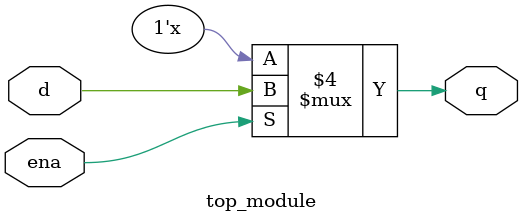
<source format=v>
module top_module(
    input d,
    input ena,
    output q
);
    always@(ena)begin
        if (ena==1)begin q<=d;end
        else begin q<=q;end
    end
endmodule
</source>
